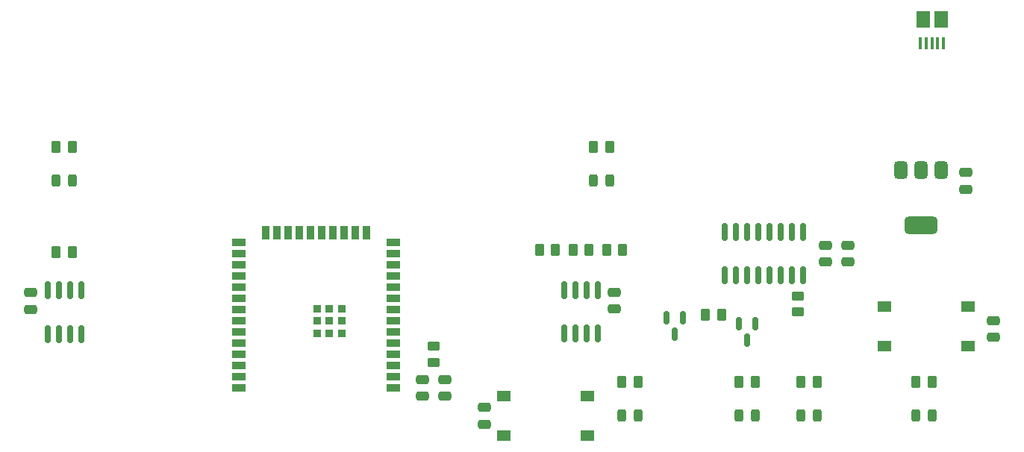
<source format=gtp>
%TF.GenerationSoftware,KiCad,Pcbnew,8.0.3*%
%TF.CreationDate,2024-06-22T14:51:58+02:00*%
%TF.ProjectId,dmx-box-rounded,646d782d-626f-4782-9d72-6f756e646564,rev?*%
%TF.SameCoordinates,Original*%
%TF.FileFunction,Paste,Top*%
%TF.FilePolarity,Positive*%
%FSLAX46Y46*%
G04 Gerber Fmt 4.6, Leading zero omitted, Abs format (unit mm)*
G04 Created by KiCad (PCBNEW 8.0.3) date 2024-06-22 14:51:58*
%MOMM*%
%LPD*%
G01*
G04 APERTURE LIST*
G04 Aperture macros list*
%AMRoundRect*
0 Rectangle with rounded corners*
0 $1 Rounding radius*
0 $2 $3 $4 $5 $6 $7 $8 $9 X,Y pos of 4 corners*
0 Add a 4 corners polygon primitive as box body*
4,1,4,$2,$3,$4,$5,$6,$7,$8,$9,$2,$3,0*
0 Add four circle primitives for the rounded corners*
1,1,$1+$1,$2,$3*
1,1,$1+$1,$4,$5*
1,1,$1+$1,$6,$7*
1,1,$1+$1,$8,$9*
0 Add four rect primitives between the rounded corners*
20,1,$1+$1,$2,$3,$4,$5,0*
20,1,$1+$1,$4,$5,$6,$7,0*
20,1,$1+$1,$6,$7,$8,$9,0*
20,1,$1+$1,$8,$9,$2,$3,0*%
G04 Aperture macros list end*
%ADD10RoundRect,0.250000X0.475000X-0.250000X0.475000X0.250000X-0.475000X0.250000X-0.475000X-0.250000X0*%
%ADD11RoundRect,0.250000X-0.262500X-0.450000X0.262500X-0.450000X0.262500X0.450000X-0.262500X0.450000X0*%
%ADD12R,0.900000X0.900000*%
%ADD13R,1.500000X0.900000*%
%ADD14R,0.900000X1.500000*%
%ADD15RoundRect,0.250000X0.262500X0.450000X-0.262500X0.450000X-0.262500X-0.450000X0.262500X-0.450000X0*%
%ADD16RoundRect,0.375000X-0.375000X0.625000X-0.375000X-0.625000X0.375000X-0.625000X0.375000X0.625000X0*%
%ADD17RoundRect,0.500000X-1.400000X0.500000X-1.400000X-0.500000X1.400000X-0.500000X1.400000X0.500000X0*%
%ADD18RoundRect,0.250000X0.450000X-0.262500X0.450000X0.262500X-0.450000X0.262500X-0.450000X-0.262500X0*%
%ADD19RoundRect,0.243750X-0.243750X-0.456250X0.243750X-0.456250X0.243750X0.456250X-0.243750X0.456250X0*%
%ADD20RoundRect,0.243750X0.243750X0.456250X-0.243750X0.456250X-0.243750X-0.456250X0.243750X-0.456250X0*%
%ADD21R,1.550000X1.300000*%
%ADD22RoundRect,0.150000X-0.150000X0.587500X-0.150000X-0.587500X0.150000X-0.587500X0.150000X0.587500X0*%
%ADD23RoundRect,0.250000X-0.475000X0.250000X-0.475000X-0.250000X0.475000X-0.250000X0.475000X0.250000X0*%
%ADD24R,1.500000X1.900000*%
%ADD25R,0.400000X1.350000*%
%ADD26RoundRect,0.150000X0.150000X-0.825000X0.150000X0.825000X-0.150000X0.825000X-0.150000X-0.825000X0*%
%ADD27RoundRect,0.150000X-0.150000X0.825000X-0.150000X-0.825000X0.150000X-0.825000X0.150000X0.825000X0*%
G04 APERTURE END LIST*
D10*
%TO.C,C5*%
X130988750Y-101540000D03*
X130988750Y-103440000D03*
%TD*%
D11*
%TO.C,R4*%
X128091250Y-96775000D03*
X126266250Y-96775000D03*
%TD*%
D12*
%TO.C,U3*%
X97255000Y-103430000D03*
X97255000Y-104830000D03*
X97255000Y-106230000D03*
X98655000Y-103430000D03*
X98655000Y-104830000D03*
X98655000Y-106230000D03*
X100055000Y-103430000D03*
X100055000Y-104830000D03*
X100055000Y-106230000D03*
D13*
X88405000Y-112395000D03*
X88405000Y-111125000D03*
X88405000Y-109855000D03*
X88405000Y-108585000D03*
X88405000Y-107315000D03*
X88405000Y-106045000D03*
X88405000Y-104775000D03*
X88405000Y-103505000D03*
X88405000Y-102235000D03*
X88405000Y-100965000D03*
X88405000Y-99695000D03*
X88405000Y-98425000D03*
X88405000Y-97155000D03*
X88405000Y-95885000D03*
D14*
X91440000Y-94790000D03*
X92710000Y-94790000D03*
X93980000Y-94790000D03*
X95250000Y-94790000D03*
X96520000Y-94790000D03*
X97790000Y-94790000D03*
X99060000Y-94790000D03*
X100330000Y-94790000D03*
X101600000Y-94790000D03*
X102870000Y-94790000D03*
D13*
X105905000Y-95885000D03*
X105905000Y-97155000D03*
X105905000Y-98425000D03*
X105905000Y-99695000D03*
X105905000Y-100965000D03*
X105905000Y-102235000D03*
X105905000Y-103505000D03*
X105905000Y-104775000D03*
X105905000Y-106045000D03*
X105905000Y-107315000D03*
X105905000Y-108585000D03*
X105905000Y-109855000D03*
X105905000Y-111125000D03*
X105905000Y-112395000D03*
%TD*%
D10*
%TO.C,C3*%
X111760000Y-111445000D03*
X111760000Y-113345000D03*
%TD*%
D15*
%TO.C,R11*%
X131802500Y-111760000D03*
X133627500Y-111760000D03*
%TD*%
D16*
%TO.C,U5*%
X163435000Y-87655000D03*
D17*
X165735000Y-93955000D03*
D16*
X165735000Y-87655000D03*
X168035000Y-87655000D03*
%TD*%
D18*
%TO.C,R7*%
X151765000Y-101957500D03*
X151765000Y-103782500D03*
%TD*%
D19*
%TO.C,D2*%
X130477500Y-88900000D03*
X128602500Y-88900000D03*
%TD*%
D20*
%TO.C,D1*%
X165130000Y-115570000D03*
X167005000Y-115570000D03*
%TD*%
D19*
%TO.C,D4*%
X133652500Y-115570000D03*
X131777500Y-115570000D03*
%TD*%
D10*
%TO.C,C1*%
X109220000Y-111445000D03*
X109220000Y-113345000D03*
%TD*%
D21*
%TO.C,SW1*%
X127940000Y-117820000D03*
X118440000Y-117820000D03*
X127940000Y-113320000D03*
X118440000Y-113320000D03*
%TD*%
D10*
%TO.C,C9*%
X170815000Y-87950000D03*
X170815000Y-89850000D03*
%TD*%
D15*
%TO.C,R12*%
X152122500Y-111760000D03*
X153947500Y-111760000D03*
%TD*%
D22*
%TO.C,Q2*%
X146050000Y-106982500D03*
X145100000Y-105107500D03*
X147000000Y-105107500D03*
%TD*%
D21*
%TO.C,SW2*%
X161620000Y-103165000D03*
X171120000Y-103165000D03*
X161620000Y-107665000D03*
X171120000Y-107665000D03*
%TD*%
D11*
%TO.C,R6*%
X143152500Y-104140000D03*
X141327500Y-104140000D03*
%TD*%
D19*
%TO.C,D5*%
X153972500Y-115570000D03*
X152097500Y-115570000D03*
%TD*%
D11*
%TO.C,R5*%
X69492500Y-96980000D03*
X67667500Y-96980000D03*
%TD*%
%TO.C,R8*%
X167005000Y-111760000D03*
X165180000Y-111760000D03*
%TD*%
D23*
%TO.C,C7*%
X154940000Y-98105000D03*
X154940000Y-96205000D03*
%TD*%
D24*
%TO.C,J5*%
X166005000Y-70567000D03*
X168005000Y-70567000D03*
D25*
X165705000Y-73267000D03*
X166355000Y-73267000D03*
X167005000Y-73267000D03*
X167655000Y-73267000D03*
X168305000Y-73267000D03*
%TD*%
D19*
%TO.C,D3*%
X69517500Y-88900000D03*
X67642500Y-88900000D03*
%TD*%
D22*
%TO.C,Q1*%
X137795000Y-106347500D03*
X136845000Y-104472500D03*
X138745000Y-104472500D03*
%TD*%
D11*
%TO.C,R2*%
X124281250Y-96775000D03*
X122456250Y-96775000D03*
%TD*%
%TO.C,R9*%
X130452500Y-85090000D03*
X128627500Y-85090000D03*
%TD*%
D15*
%TO.C,R10*%
X67667500Y-85090000D03*
X69492500Y-85090000D03*
%TD*%
D23*
%TO.C,C8*%
X157480000Y-98105000D03*
X157480000Y-96205000D03*
%TD*%
D10*
%TO.C,C4*%
X173990000Y-104780000D03*
X173990000Y-106680000D03*
%TD*%
D23*
%TO.C,C6*%
X64770000Y-103500000D03*
X64770000Y-101600000D03*
%TD*%
D26*
%TO.C,U1*%
X125273750Y-101285000D03*
X126543750Y-101285000D03*
X127813750Y-101285000D03*
X129083750Y-101285000D03*
X129083750Y-106235000D03*
X127813750Y-106235000D03*
X126543750Y-106235000D03*
X125273750Y-106235000D03*
%TD*%
D11*
%TO.C,R3*%
X131901250Y-96775000D03*
X130076250Y-96775000D03*
%TD*%
D18*
%TO.C,R1*%
X110490000Y-107672500D03*
X110490000Y-109497500D03*
%TD*%
D11*
%TO.C,R13*%
X146962500Y-111760000D03*
X145137500Y-111760000D03*
%TD*%
D20*
%TO.C,D6*%
X145112500Y-115570000D03*
X146987500Y-115570000D03*
%TD*%
D26*
%TO.C,U2*%
X66675000Y-101345000D03*
X67945000Y-101345000D03*
X69215000Y-101345000D03*
X70485000Y-101345000D03*
X70485000Y-106295000D03*
X69215000Y-106295000D03*
X67945000Y-106295000D03*
X66675000Y-106295000D03*
%TD*%
D27*
%TO.C,U4*%
X152400000Y-99630000D03*
X151130000Y-99630000D03*
X149860000Y-99630000D03*
X148590000Y-99630000D03*
X147320000Y-99630000D03*
X146050000Y-99630000D03*
X144780000Y-99630000D03*
X143510000Y-99630000D03*
X143510000Y-94680000D03*
X144780000Y-94680000D03*
X146050000Y-94680000D03*
X147320000Y-94680000D03*
X148590000Y-94680000D03*
X149860000Y-94680000D03*
X151130000Y-94680000D03*
X152400000Y-94680000D03*
%TD*%
D10*
%TO.C,C2*%
X116205000Y-114620000D03*
X116205000Y-116520000D03*
%TD*%
M02*

</source>
